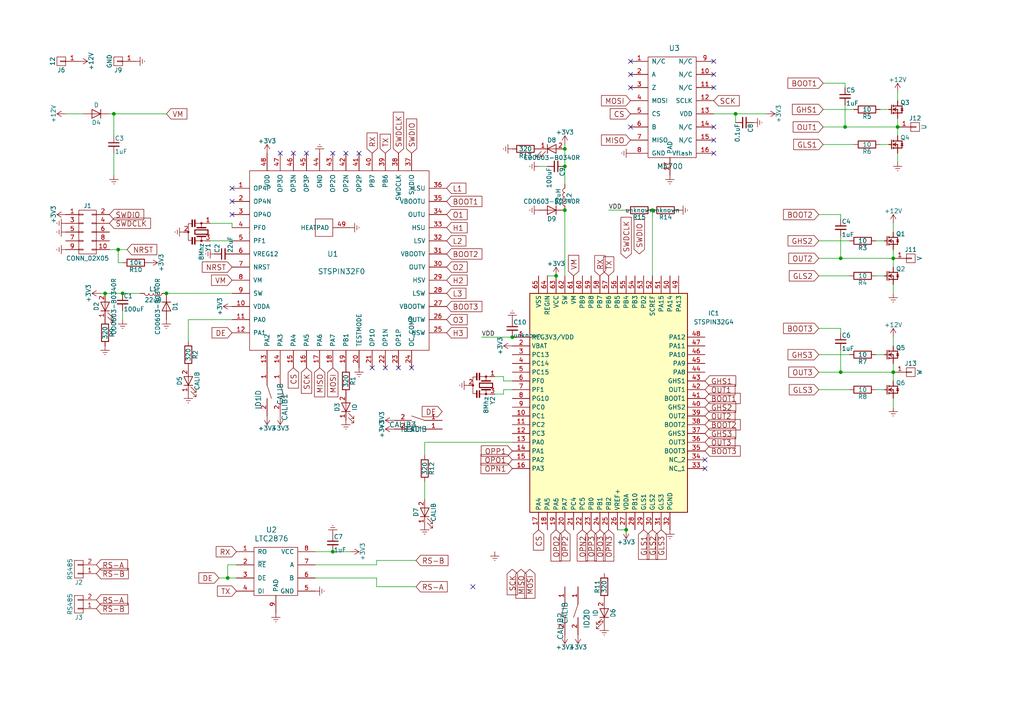
<source format=kicad_sch>
(kicad_sch (version 20230121) (generator eeschema)
  (paper "A4")
  (junction (at 66.04 167.64))
  (junction (at 148.59 97.79))
  (junction (at 245.11 36.83))
  (junction (at 259.08 107.95))
  (junction (at 243.84 74.93))
  (junction (at 243.84 107.95))
  (junction (at 163.83 43.18))
  (junction (at 163.83 60.96))
  (junction (at 260.35 36.83))
  (junction (at 35.56 85.09))
  (junction (at 189.23 60.96))
  (junction (at 33.02 33.02))
  (junction (at 34.29 72.39))
  (junction (at 259.08 74.93))
  (junction (at 30.48 85.09))
  (junction (at 96.52 160.02))
  (junction (at 161.29 80.01))
  (junction (at 163.83 48.26))
  (junction (at 48.26 85.09))
  (junction (at 181.61 153.67))
  (junction (at 213.36 33.02))
  (no_connect (at 67.31 62.23))
  (no_connect (at 182.88 17.78))
  (no_connect (at 67.31 58.42))
  (no_connect (at 115.57 106.68))
  (no_connect (at 207.01 44.45))
  (no_connect (at 111.76 106.68))
  (no_connect (at 182.88 21.59))
  (no_connect (at 67.31 54.61))
  (no_connect (at 204.47 133.35))
  (no_connect (at 81.28 44.45))
  (no_connect (at 207.01 17.78))
  (no_connect (at 207.01 36.83))
  (no_connect (at 100.33 44.45))
  (no_connect (at 137.16 170.18))
  (no_connect (at 207.01 25.4))
  (no_connect (at 119.38 106.68))
  (no_connect (at 104.14 44.45))
  (no_connect (at 85.09 44.45))
  (no_connect (at 207.01 21.59))
  (no_connect (at 88.9 44.45))
  (no_connect (at 182.88 36.83))
  (no_connect (at 107.95 106.68))
  (no_connect (at 182.88 25.4))
  (no_connect (at 207.01 40.64))
  (no_connect (at 204.47 135.89))
  (no_connect (at 96.52 44.45))
  (wire (pts (xy 29.21 85.09) (xy 30.48 85.09)))
  (wire (pts (xy 259.08 107.95) (xy 259.08 105.41)))
  (wire (pts (xy 243.84 74.93) (xy 259.08 74.93)))
  (wire (pts (xy 139.7 97.79) (xy 148.59 97.79)))
  (wire (pts (xy 163.83 43.18) (xy 163.83 48.26)))
  (wire (pts (xy 66.04 167.64) (xy 68.58 167.64)))
  (wire (pts (xy 245.11 36.83) (xy 260.35 36.83)))
  (wire (pts (xy 243.84 101.6) (xy 243.84 107.95)))
  (wire (pts (xy 189.23 60.96) (xy 189.23 80.01)))
  (wire (pts (xy 96.52 160.02) (xy 101.6 160.02)))
  (wire (pts (xy 179.07 153.67) (xy 181.61 153.67)))
  (wire (pts (xy 68.58 163.83) (xy 66.04 163.83)))
  (wire (pts (xy 238.76 36.83) (xy 245.11 36.83)))
  (wire (pts (xy 237.49 74.93) (xy 243.84 74.93)))
  (wire (pts (xy 146.05 110.49) (xy 146.05 109.22)))
  (wire (pts (xy 54.61 92.71) (xy 54.61 99.06)))
  (wire (pts (xy 31.75 72.39) (xy 34.29 72.39)))
  (wire (pts (xy 237.49 102.87) (xy 246.38 102.87)))
  (wire (pts (xy 34.29 72.39) (xy 36.83 72.39)))
  (wire (pts (xy 259.08 118.11) (xy 259.08 115.57)))
  (wire (pts (xy 237.49 107.95) (xy 243.84 107.95)))
  (wire (pts (xy 254 80.01) (xy 256.54 80.01)))
  (wire (pts (xy 66.04 163.83) (xy 66.04 167.64)))
  (wire (pts (xy 67.31 64.77) (xy 67.31 66.04)))
  (wire (pts (xy 146.05 109.22) (xy 143.51 109.22)))
  (wire (pts (xy 243.84 95.25) (xy 243.84 96.52)))
  (wire (pts (xy 33.02 39.37) (xy 33.02 33.02)))
  (wire (pts (xy 148.59 110.49) (xy 146.05 110.49)))
  (wire (pts (xy 31.75 33.02) (xy 33.02 33.02)))
  (wire (pts (xy 163.83 41.91) (xy 163.83 43.18)))
  (wire (pts (xy 146.05 113.03) (xy 148.59 113.03)))
  (wire (pts (xy 238.76 41.91) (xy 247.65 41.91)))
  (wire (pts (xy 237.49 80.01) (xy 246.38 80.01)))
  (wire (pts (xy 243.84 68.58) (xy 243.84 74.93)))
  (wire (pts (xy 148.59 128.27) (xy 123.19 128.27)))
  (wire (pts (xy 109.22 162.56) (xy 109.22 163.83)))
  (wire (pts (xy 34.29 76.2) (xy 34.29 72.39)))
  (wire (pts (xy 24.13 33.02) (xy 19.05 33.02)))
  (wire (pts (xy 243.84 107.95) (xy 259.08 107.95)))
  (wire (pts (xy 259.08 85.09) (xy 259.08 82.55)))
  (wire (pts (xy 35.56 92.71) (xy 35.56 90.17)))
  (wire (pts (xy 146.05 114.3) (xy 146.05 113.03)))
  (wire (pts (xy 255.27 41.91) (xy 257.81 41.91)))
  (wire (pts (xy 254 113.03) (xy 256.54 113.03)))
  (wire (pts (xy 245.11 30.48) (xy 245.11 36.83)))
  (wire (pts (xy 259.08 77.47) (xy 259.08 74.93)))
  (wire (pts (xy 33.02 44.45) (xy 33.02 50.8)))
  (wire (pts (xy 237.49 62.23) (xy 243.84 62.23)))
  (wire (pts (xy 259.08 74.93) (xy 259.08 72.39)))
  (wire (pts (xy 33.02 33.02) (xy 48.26 33.02)))
  (wire (pts (xy 238.76 31.75) (xy 247.65 31.75)))
  (wire (pts (xy 176.53 60.96) (xy 181.61 60.96)))
  (wire (pts (xy 35.56 85.09) (xy 40.64 85.09)))
  (wire (pts (xy 260.35 39.37) (xy 260.35 36.83)))
  (wire (pts (xy 48.26 85.09) (xy 67.31 85.09)))
  (wire (pts (xy 91.44 167.64) (xy 109.22 167.64)))
  (wire (pts (xy 158.75 80.01) (xy 161.29 80.01)))
  (wire (pts (xy 109.22 167.64) (xy 109.22 170.18)))
  (wire (pts (xy 255.27 31.75) (xy 257.81 31.75)))
  (wire (pts (xy 109.22 162.56) (xy 120.65 162.56)))
  (wire (pts (xy 259.08 110.49) (xy 259.08 107.95)))
  (wire (pts (xy 260.35 36.83) (xy 260.35 34.29)))
  (wire (pts (xy 35.56 76.2) (xy 34.29 76.2)))
  (wire (pts (xy 60.96 64.77) (xy 67.31 64.77)))
  (wire (pts (xy 254 69.85) (xy 256.54 69.85)))
  (wire (pts (xy 123.19 144.78) (xy 123.19 139.7)))
  (wire (pts (xy 237.49 113.03) (xy 246.38 113.03)))
  (wire (pts (xy 254 102.87) (xy 256.54 102.87)))
  (wire (pts (xy 259.08 97.79) (xy 259.08 100.33)))
  (wire (pts (xy 60.96 69.85) (xy 67.31 69.85)))
  (wire (pts (xy 91.44 160.02) (xy 96.52 160.02)))
  (wire (pts (xy 30.48 85.09) (xy 35.56 85.09)))
  (wire (pts (xy 156.21 48.26) (xy 158.75 48.26)))
  (wire (pts (xy 163.83 48.26) (xy 163.83 53.34)))
  (wire (pts (xy 207.01 33.02) (xy 213.36 33.02)))
  (wire (pts (xy 213.36 35.56) (xy 213.36 33.02)))
  (wire (pts (xy 109.22 163.83) (xy 91.44 163.83)))
  (wire (pts (xy 259.08 64.77) (xy 259.08 67.31)))
  (wire (pts (xy 109.22 170.18) (xy 120.65 170.18)))
  (wire (pts (xy 238.76 24.13) (xy 245.11 24.13)))
  (wire (pts (xy 237.49 95.25) (xy 243.84 95.25)))
  (wire (pts (xy 237.49 69.85) (xy 246.38 69.85)))
  (wire (pts (xy 245.11 24.13) (xy 245.11 25.4)))
  (wire (pts (xy 213.36 33.02) (xy 222.25 33.02)))
  (wire (pts (xy 123.19 128.27) (xy 123.19 132.08)))
  (wire (pts (xy 63.5 167.64) (xy 66.04 167.64)))
  (wire (pts (xy 243.84 62.23) (xy 243.84 63.5)))
  (wire (pts (xy 260.35 26.67) (xy 260.35 29.21)))
  (wire (pts (xy 143.51 114.3) (xy 146.05 114.3)))
  (wire (pts (xy 260.35 46.99) (xy 260.35 44.45)))
  (wire (pts (xy 67.31 92.71) (xy 54.61 92.71)))
  (wire (pts (xy 163.83 60.96) (xy 163.83 80.01)))
  (label "VDD" (at 139.7 97.79 0))
  (label "VDD" (at 176.53 60.96 0))
  (global_label "OUT3" (shape input) (at 204.47 128.27 0) (effects (font (size 1.524 1.524))) (property "Intersheetrefs" "${INTERSHEET_REFS}" (effects hide)))
  (global_label "CS" (shape input) (at 182.88 33.02 180) (effects (font (size 1.524 1.524))) (property "Intersheetrefs" "${INTERSHEET_REFS}" (effects hide)))
  (global_label "SWDIO" (shape input) (at 119.38 44.45 90) (effects (font (size 1.524 1.524))) (property "Intersheetrefs" "${INTERSHEET_REFS}" (effects hide)))
  (global_label "TX" (shape input) (at 68.58 171.45 180) (effects (font (size 1.524 1.524))) (property "Intersheetrefs" "${INTERSHEET_REFS}" (effects hide)))
  (global_label "RX" (shape input) (at 107.95 44.45 90) (effects (font (size 1.524 1.524))) (property "Intersheetrefs" "${INTERSHEET_REFS}" (effects hide)))
  (global_label "OPO3" (shape input) (at 173.99 153.67 270) (effects (font (size 1.524 1.524))) (property "Intersheetrefs" "${INTERSHEET_REFS}" (effects hide)))
  (global_label "MISO" (shape input) (at 92.71 106.68 270) (effects (font (size 1.524 1.524))) (property "Intersheetrefs" "${INTERSHEET_REFS}" (effects hide)))
  (global_label "OPP1" (shape input) (at 148.59 130.81 180) (effects (font (size 1.524 1.524))) (property "Intersheetrefs" "${INTERSHEET_REFS}" (effects hide)))
  (global_label "BOOT3" (shape input) (at 204.47 130.81 0) (effects (font (size 1.524 1.524))) (property "Intersheetrefs" "${INTERSHEET_REFS}" (effects hide)))
  (global_label "RS-B" (shape input) (at 27.94 176.53 0) (effects (font (size 1.524 1.524))) (property "Intersheetrefs" "${INTERSHEET_REFS}" (effects hide)))
  (global_label "H2" (shape input) (at 129.54 81.28 0) (effects (font (size 1.524 1.524))) (property "Intersheetrefs" "${INTERSHEET_REFS}" (effects hide)))
  (global_label "RX" (shape input) (at 68.58 160.02 180) (effects (font (size 1.524 1.524))) (property "Intersheetrefs" "${INTERSHEET_REFS}" (effects hide)))
  (global_label "BOOT2" (shape input) (at 129.54 73.66 0) (effects (font (size 1.524 1.524))) (property "Intersheetrefs" "${INTERSHEET_REFS}" (effects hide)))
  (global_label "GLS1" (shape input) (at 186.69 153.67 270) (effects (font (size 1.524 1.524))) (property "Intersheetrefs" "${INTERSHEET_REFS}" (effects hide)))
  (global_label "OUT3" (shape input) (at 237.49 107.95 180) (effects (font (size 1.524 1.524))) (property "Intersheetrefs" "${INTERSHEET_REFS}" (effects hide)))
  (global_label "L3" (shape input) (at 129.54 85.09 0) (effects (font (size 1.524 1.524))) (property "Intersheetrefs" "${INTERSHEET_REFS}" (effects hide)))
  (global_label "O3" (shape input) (at 129.54 92.71 0) (effects (font (size 1.524 1.524))) (property "Intersheetrefs" "${INTERSHEET_REFS}" (effects hide)))
  (global_label "OUT1" (shape input) (at 204.47 113.03 0) (effects (font (size 1.524 1.524))) (property "Intersheetrefs" "${INTERSHEET_REFS}" (effects hide)))
  (global_label "NRST" (shape input) (at 67.31 77.47 180) (effects (font (size 1.524 1.524))) (property "Intersheetrefs" "${INTERSHEET_REFS}" (effects hide)))
  (global_label "MOSI" (shape input) (at 153.67 165.1 270) (effects (font (size 1.524 1.524))) (property "Intersheetrefs" "${INTERSHEET_REFS}" (effects hide)))
  (global_label "MOSI" (shape input) (at 96.52 106.68 270) (effects (font (size 1.524 1.524))) (property "Intersheetrefs" "${INTERSHEET_REFS}" (effects hide)))
  (global_label "DE" (shape input) (at 128.27 119.38 180) (effects (font (size 1.524 1.524))) (property "Intersheetrefs" "${INTERSHEET_REFS}" (effects hide)))
  (global_label "OPN3" (shape input) (at 176.53 153.67 270) (effects (font (size 1.524 1.524))) (property "Intersheetrefs" "${INTERSHEET_REFS}" (effects hide)))
  (global_label "OPN1" (shape input) (at 148.59 135.89 180) (effects (font (size 1.524 1.524))) (property "Intersheetrefs" "${INTERSHEET_REFS}" (effects hide)))
  (global_label "VM" (shape input) (at 67.31 81.28 180) (effects (font (size 1.524 1.524))) (property "Intersheetrefs" "${INTERSHEET_REFS}" (effects hide)))
  (global_label "L2" (shape input) (at 129.54 69.85 0) (effects (font (size 1.524 1.524))) (property "Intersheetrefs" "${INTERSHEET_REFS}" (effects hide)))
  (global_label "H3" (shape input) (at 129.54 96.52 0) (effects (font (size 1.524 1.524))) (property "Intersheetrefs" "${INTERSHEET_REFS}" (effects hide)))
  (global_label "RX" (shape input) (at 173.99 80.01 90) (effects (font (size 1.524 1.524))) (property "Intersheetrefs" "${INTERSHEET_REFS}" (effects hide)))
  (global_label "O1" (shape input) (at 129.54 62.23 0) (effects (font (size 1.524 1.524))) (property "Intersheetrefs" "${INTERSHEET_REFS}" (effects hide)))
  (global_label "OPN2" (shape input) (at 168.91 153.67 270) (effects (font (size 1.524 1.524))) (property "Intersheetrefs" "${INTERSHEET_REFS}" (effects hide)))
  (global_label "GLS2" (shape input) (at 237.49 80.01 180) (effects (font (size 1.524 1.524))) (property "Intersheetrefs" "${INTERSHEET_REFS}" (effects hide)))
  (global_label "GHS3" (shape input) (at 204.47 125.73 0) (effects (font (size 1.524 1.524))) (property "Intersheetrefs" "${INTERSHEET_REFS}" (effects hide)))
  (global_label "GLS1" (shape input) (at 238.76 41.91 180) (effects (font (size 1.524 1.524))) (property "Intersheetrefs" "${INTERSHEET_REFS}" (effects hide)))
  (global_label "SCK" (shape input) (at 88.9 106.68 270) (effects (font (size 1.524 1.524))) (property "Intersheetrefs" "${INTERSHEET_REFS}" (effects hide)))
  (global_label "GHS3" (shape input) (at 237.49 102.87 180) (effects (font (size 1.524 1.524))) (property "Intersheetrefs" "${INTERSHEET_REFS}" (effects hide)))
  (global_label "GHS1" (shape input) (at 238.76 31.75 180) (effects (font (size 1.524 1.524))) (property "Intersheetrefs" "${INTERSHEET_REFS}" (effects hide)))
  (global_label "BOOT2" (shape input) (at 204.47 123.19 0) (effects (font (size 1.524 1.524))) (property "Intersheetrefs" "${INTERSHEET_REFS}" (effects hide)))
  (global_label "CS" (shape input) (at 156.21 153.67 270) (effects (font (size 1.524 1.524))) (property "Intersheetrefs" "${INTERSHEET_REFS}" (effects hide)))
  (global_label "SWDCLK" (shape input) (at 181.61 74.93 90) (effects (font (size 1.524 1.524))) (property "Intersheetrefs" "${INTERSHEET_REFS}" (effects hide)))
  (global_label "SWDCLK" (shape input) (at 115.57 44.45 90) (effects (font (size 1.524 1.524))) (property "Intersheetrefs" "${INTERSHEET_REFS}" (effects hide)))
  (global_label "SWDCLK" (shape input) (at 31.75 64.77 0) (effects (font (size 1.524 1.524))) (property "Intersheetrefs" "${INTERSHEET_REFS}" (effects hide)))
  (global_label "RS-B" (shape input) (at 27.94 166.37 0) (effects (font (size 1.524 1.524))) (property "Intersheetrefs" "${INTERSHEET_REFS}" (effects hide)))
  (global_label "CS" (shape input) (at 85.09 106.68 270) (effects (font (size 1.524 1.524))) (property "Intersheetrefs" "${INTERSHEET_REFS}" (effects hide)))
  (global_label "OUT1" (shape input) (at 238.76 36.83 180) (effects (font (size 1.524 1.524))) (property "Intersheetrefs" "${INTERSHEET_REFS}" (effects hide)))
  (global_label "NRST" (shape input) (at 36.83 72.39 0) (effects (font (size 1.524 1.524))) (property "Intersheetrefs" "${INTERSHEET_REFS}" (effects hide)))
  (global_label "BOOT3" (shape input) (at 129.54 88.9 0) (effects (font (size 1.524 1.524))) (property "Intersheetrefs" "${INTERSHEET_REFS}" (effects hide)))
  (global_label "BOOT1" (shape input) (at 238.76 24.13 180) (effects (font (size 1.524 1.524))) (property "Intersheetrefs" "${INTERSHEET_REFS}" (effects hide)))
  (global_label "H1" (shape input) (at 129.54 66.04 0) (effects (font (size 1.524 1.524))) (property "Intersheetrefs" "${INTERSHEET_REFS}" (effects hide)))
  (global_label "OPO2" (shape input) (at 161.29 153.67 270) (effects (font (size 1.524 1.524))) (property "Intersheetrefs" "${INTERSHEET_REFS}" (effects hide)))
  (global_label "OPO1" (shape input) (at 148.59 133.35 180) (effects (font (size 1.524 1.524))) (property "Intersheetrefs" "${INTERSHEET_REFS}" (effects hide)))
  (global_label "SCK" (shape input) (at 148.59 165.1 270) (effects (font (size 1.524 1.524))) (property "Intersheetrefs" "${INTERSHEET_REFS}" (effects hide)))
  (global_label "VM" (shape input) (at 166.37 80.01 90) (effects (font (size 1.524 1.524))) (property "Intersheetrefs" "${INTERSHEET_REFS}" (effects hide)))
  (global_label "O2" (shape input) (at 129.54 77.47 0) (effects (font (size 1.524 1.524))) (property "Intersheetrefs" "${INTERSHEET_REFS}" (effects hide)))
  (global_label "BOOT1" (shape input) (at 129.54 58.42 0) (effects (font (size 1.524 1.524))) (property "Intersheetrefs" "${INTERSHEET_REFS}" (effects hide)))
  (global_label "MOSI" (shape input) (at 182.88 29.21 180) (effects (font (size 1.524 1.524))) (property "Intersheetrefs" "${INTERSHEET_REFS}" (effects hide)))
  (global_label "GHS2" (shape input) (at 237.49 69.85 180) (effects (font (size 1.524 1.524))) (property "Intersheetrefs" "${INTERSHEET_REFS}" (effects hide)))
  (global_label "RS-A" (shape input) (at 27.94 163.83 0) (effects (font (size 1.524 1.524))) (property "Intersheetrefs" "${INTERSHEET_REFS}" (effects hide)))
  (global_label "RS-A" (shape input) (at 120.65 170.18 0) (effects (font (size 1.524 1.524))) (property "Intersheetrefs" "${INTERSHEET_REFS}" (effects hide)))
  (global_label "BOOT1" (shape input) (at 204.47 115.57 0) (effects (font (size 1.524 1.524))) (property "Intersheetrefs" "${INTERSHEET_REFS}" (effects hide)))
  (global_label "OPP3" (shape input) (at 171.45 153.67 270) (effects (font (size 1.524 1.524))) (property "Intersheetrefs" "${INTERSHEET_REFS}" (effects hide)))
  (global_label "SCK" (shape input) (at 207.01 29.21 0) (effects (font (size 1.524 1.524))) (property "Intersheetrefs" "${INTERSHEET_REFS}" (effects hide)))
  (global_label "MISO" (shape input) (at 182.88 40.64 180) (effects (font (size 1.524 1.524))) (property "Intersheetrefs" "${INTERSHEET_REFS}" (effects hide)))
  (global_label "GHS1" (shape input) (at 204.47 110.49 0) (effects (font (size 1.524 1.524))) (property "Intersheetrefs" "${INTERSHEET_REFS}" (effects hide)))
  (global_label "OUT2" (shape input) (at 204.47 120.65 0) (effects (font (size 1.524 1.524))) (property "Intersheetrefs" "${INTERSHEET_REFS}" (effects hide)))
  (global_label "DE" (shape input) (at 63.5 167.64 180) (effects (font (size 1.524 1.524))) (property "Intersheetrefs" "${INTERSHEET_REFS}" (effects hide)))
  (global_label "L1" (shape input) (at 129.54 54.61 0) (effects (font (size 1.524 1.524))) (property "Intersheetrefs" "${INTERSHEET_REFS}" (effects hide)))
  (global_label "GLS3" (shape input) (at 237.49 113.03 180) (effects (font (size 1.524 1.524))) (property "Intersheetrefs" "${INTERSHEET_REFS}" (effects hide)))
  (global_label "GLS2" (shape input) (at 189.23 153.67 270) (effects (font (size 1.524 1.524))) (property "Intersheetrefs" "${INTERSHEET_REFS}" (effects hide)))
  (global_label "DE" (shape input) (at 67.31 96.52 180) (effects (font (size 1.524 1.524))) (property "Intersheetrefs" "${INTERSHEET_REFS}" (effects hide)))
  (global_label "OPP2" (shape input) (at 163.83 153.67 270) (effects (font (size 1.524 1.524))) (property "Intersheetrefs" "${INTERSHEET_REFS}" (effects hide)))
  (global_label "RS-B" (shape input) (at 120.65 162.56 0) (effects (font (size 1.524 1.524))) (property "Intersheetrefs" "${INTERSHEET_REFS}" (effects hide)))
  (global_label "GHS2" (shape input) (at 204.47 118.11 0) (effects (font (size 1.524 1.524))) (property "Intersheetrefs" "${INTERSHEET_REFS}" (effects hide)))
  (global_label "VM" (shape input) (at 48.26 33.02 0) (effects (font (size 1.524 1.524))) (property "Intersheetrefs" "${INTERSHEET_REFS}" (effects hide)))
  (global_label "BOOT2" (shape input) (at 237.49 62.23 180) (effects (font (size 1.524 1.524))) (property "Intersheetrefs" "${INTERSHEET_REFS}" (effects hide)))
  (global_label "SWDIO" (shape input) (at 185.42 73.66 90) (effects (font (size 1.524 1.524))) (property "Intersheetrefs" "${INTERSHEET_REFS}" (effects hide)))
  (global_label "RS-A" (shape input) (at 27.94 173.99 0) (effects (font (size 1.524 1.524))) (property "Intersheetrefs" "${INTERSHEET_REFS}" (effects hide)))
  (global_label "TX" (shape input) (at 176.53 80.01 90) (effects (font (size 1.524 1.524))) (property "Intersheetrefs" "${INTERSHEET_REFS}" (effects hide)))
  (global_label "GLS3" (shape input) (at 191.77 153.67 270) (effects (font (size 1.524 1.524))) (property "Intersheetrefs" "${INTERSHEET_REFS}" (effects hide)))
  (global_label "MISO" (shape input) (at 151.13 165.1 270) (effects (font (size 1.524 1.524))) (property "Intersheetrefs" "${INTERSHEET_REFS}" (effects hide)))
  (global_label "TX" (shape input) (at 111.76 44.45 90) (effects (font (size 1.524 1.524))) (property "Intersheetrefs" "${INTERSHEET_REFS}" (effects hide)))
  (global_label "OUT2" (shape input) (at 237.49 74.93 180) (effects (font (size 1.524 1.524))) (property "Intersheetrefs" "${INTERSHEET_REFS}" (effects hide)))
  (global_label "SWDIO" (shape input) (at 31.75 62.23 0) (effects (font (size 1.524 1.524))) (property "Intersheetrefs" "${INTERSHEET_REFS}" (effects hide)))
  (global_label "BOOT3" (shape input) (at 237.49 95.25 180) (effects (font (size 1.524 1.524))) (property "Intersheetrefs" "${INTERSHEET_REFS}" (effects hide)))
  (symbol (lib_id "motor-rescue:L") (at 44.45 85.09 270) (unit 1)
    (property "Reference" "L1" (at 44.45 83.82 90))
    (property "Value" "22uH" (at 44.45 86.995 90))
    (property "Footprint" "Inductors_SMD:L_1210" (effects hide))
  )
  (symbol (lib_id "motor-rescue:D") (at 48.26 88.9 270) (unit 1)
    (property "Reference" "D1" (at 50.8 88.9 0))
    (property "Value" "CD0603-B0340R" (at 45.72 88.9 0))
    (property "Footprint" "Diodes_SMD:D_SOD-323F" (effects hide))
  )
  (symbol (lib_id "motor-rescue:+3.3V") (at 29.21 85.09 90) (unit 1)
    (property "Reference" "#PWR7" (effects hide))
    (property "Value" "+3.3V" (at 25.654 85.09 0))
  )
  (symbol (lib_id "motor-rescue:Earth") (at 48.26 92.71 0) (unit 1)
    (property "Reference" "#PWR13" (effects hide))
    (property "Value" "Earth" (effects hide))
  )
  (symbol (lib_id "motor-rescue:Earth") (at 35.56 92.71 0) (unit 1)
    (property "Reference" "#PWR10" (effects hide))
    (property "Value" "Earth" (effects hide))
  )
  (symbol (lib_id "motor-rescue:PSMN014-40YS") (at 259.08 72.39 0) (unit 1)
    (property "Reference" "Q1" (at 259.842 68.58 0) (effects (justify left bottom)))
    (property "Value" "PSMN3R3-40YS" (effects hide))
    (property "Footprint" "Dizzy:PSMN3R3-40YS" (effects hide))
    (property "Datasheet" "Good" (effects hide))
    (property "Package" "None" (effects hide))
  )
  (symbol (lib_id "motor-rescue:PSMN014-40YS") (at 259.08 82.55 0) (unit 1)
    (property "Reference" "Q2" (at 259.842 78.74 0) (effects (justify left bottom)))
    (property "Value" "PSMN3R3-40YS" (effects hide))
    (property "Footprint" "Dizzy:PSMN3R3-40YS-vias" (effects hide))
    (property "Datasheet" "Good" (effects hide))
    (property "Package" "None" (effects hide))
  )
  (symbol (lib_id "motor-rescue:R") (at 250.19 69.85 270) (unit 1)
    (property "Reference" "R3" (at 250.19 71.882 90))
    (property "Value" "10" (at 250.19 69.85 90))
    (property "Footprint" "Resistors_SMD:R_0603" (effects hide))
  )
  (symbol (lib_id "motor-rescue:R") (at 250.19 80.01 270) (unit 1)
    (property "Reference" "R4" (at 250.19 82.042 90))
    (property "Value" "10" (at 250.19 80.01 90))
    (property "Footprint" "Resistors_SMD:R_0603" (effects hide))
  )
  (symbol (lib_id "motor-rescue:Earth") (at 259.08 85.09 0) (unit 1)
    (property "Reference" "#PWR34" (effects hide))
    (property "Value" "Earth" (effects hide))
  )
  (symbol (lib_id "motor-rescue:+12V") (at 259.08 64.77 0) (unit 1)
    (property "Reference" "#PWR33" (effects hide))
    (property "Value" "+12V" (at 259.08 61.214 0))
  )
  (symbol (lib_id "motor-rescue:C_Small") (at 243.84 66.04 0) (unit 1)
    (property "Reference" "C4" (at 244.094 64.262 0) (effects (justify left)))
    (property "Value" "1uF" (at 244.094 68.072 0) (effects (justify left)))
    (property "Footprint" "Capacitors_SMD:C_0603" (effects hide))
  )
  (symbol (lib_id "motor-rescue:+12V") (at 19.05 33.02 90) (unit 1)
    (property "Reference" "#PWR1" (effects hide))
    (property "Value" "+12V" (at 15.494 33.02 0))
  )
  (symbol (lib_id "motor-rescue:Earth") (at 92.71 44.45 180) (unit 1)
    (property "Reference" "#PWR23" (effects hide))
    (property "Value" "Earth" (effects hide))
  )
  (symbol (lib_id "motor-rescue:Earth") (at 104.14 106.68 0) (unit 1)
    (property "Reference" "#PWR28" (effects hide))
    (property "Value" "Earth" (effects hide))
  )
  (symbol (lib_id "motor-rescue:+3.3V") (at 67.31 88.9 90) (unit 1)
    (property "Reference" "#PWR17" (effects hide))
    (property "Value" "+3.3V" (at 63.754 88.9 0))
  )
  (symbol (lib_id "motor-rescue:+3.3V") (at 101.6 160.02 270) (unit 1)
    (property "Reference" "#PWR27" (effects hide))
    (property "Value" "+3.3V" (at 105.156 160.02 0))
  )
  (symbol (lib_id "motor-rescue:Earth") (at 91.44 171.45 90) (unit 1)
    (property "Reference" "#PWR22" (effects hide))
    (property "Value" "Earth" (effects hide))
  )
  (symbol (lib_id "motor-rescue:CONN_01X02") (at 22.86 175.26 180) (unit 1)
    (property "Reference" "J3" (at 22.86 179.07 0))
    (property "Value" "RS485" (at 20.32 175.26 90))
    (property "Footprint" "Pin_Headers:Pin_Header_Straight_1x02_Pitch2.54mm" (effects hide))
  )
  (symbol (lib_id "motor-rescue:Earth") (at 62.23 73.66 270) (unit 1)
    (property "Reference" "#PWR16" (effects hide))
    (property "Value" "Earth" (effects hide))
  )
  (symbol (lib_id "motor-rescue:+3.3V") (at 77.47 44.45 0) (unit 1)
    (property "Reference" "#PWR18" (effects hide))
    (property "Value" "+3.3V" (at 77.47 40.894 0))
  )
  (symbol (lib_id "motor-rescue:PSMN014-40YS") (at 260.35 34.29 0) (unit 1)
    (property "Reference" "Q3" (at 261.112 30.48 0) (effects (justify left bottom)))
    (property "Value" "PSMN3R3-40YS" (effects hide))
    (property "Footprint" "Dizzy:PSMN3R3-40YS" (effects hide))
    (property "Datasheet" "Good" (effects hide))
    (property "Package" "None" (effects hide))
  )
  (symbol (lib_id "motor-rescue:PSMN014-40YS") (at 260.35 44.45 0) (unit 1)
    (property "Reference" "Q4" (at 261.112 40.64 0) (effects (justify left bottom)))
    (property "Value" "PSMN3R3-40YS" (effects hide))
    (property "Footprint" "Dizzy:PSMN3R3-40YS-vias" (effects hide))
    (property "Datasheet" "Good" (effects hide))
    (property "Package" "None" (effects hide))
  )
  (symbol (lib_id "motor-rescue:R") (at 251.46 31.75 270) (unit 1)
    (property "Reference" "R5" (at 251.46 33.782 90))
    (property "Value" "10" (at 251.46 31.75 90))
    (property "Footprint" "Resistors_SMD:R_0603" (effects hide))
  )
  (symbol (lib_id "motor-rescue:R") (at 251.46 41.91 270) (unit 1)
    (property "Reference" "R6" (at 251.46 43.942 90))
    (property "Value" "10" (at 251.46 41.91 90))
    (property "Footprint" "Resistors_SMD:R_0603" (effects hide))
  )
  (symbol (lib_id "motor-rescue:Earth") (at 260.35 46.99 0) (unit 1)
    (property "Reference" "#PWR36" (effects hide))
    (property "Value" "Earth" (effects hide))
  )
  (symbol (lib_id "motor-rescue:+12V") (at 260.35 26.67 0) (unit 1)
    (property "Reference" "#PWR35" (effects hide))
    (property "Value" "+12V" (at 260.35 23.114 0))
  )
  (symbol (lib_id "motor-rescue:C_Small") (at 245.11 27.94 0) (unit 1)
    (property "Reference" "C5" (at 245.364 26.162 0) (effects (justify left)))
    (property "Value" "1uF" (at 245.364 29.972 0) (effects (justify left)))
    (property "Footprint" "Capacitors_SMD:C_0603" (effects hide))
  )
  (symbol (lib_id "motor-rescue:PSMN014-40YS") (at 259.08 105.41 0) (unit 1)
    (property "Reference" "Q5" (at 259.842 101.6 0) (effects (justify left bottom)))
    (property "Value" "PSMN3R3-40YS" (effects hide))
    (property "Footprint" "Dizzy:PSMN3R3-40YS" (effects hide))
    (property "Datasheet" "Good" (effects hide))
    (property "Package" "None" (effects hide))
  )
  (symbol (lib_id "motor-rescue:PSMN014-40YS") (at 259.08 115.57 0) (unit 1)
    (property "Reference" "Q6" (at 259.842 111.76 0) (effects (justify left bottom)))
    (property "Value" "PSMN3R3-40YS" (effects hide))
    (property "Footprint" "Dizzy:PSMN3R3-40YS-vias" (effects hide))
    (property "Datasheet" "Good" (effects hide))
    (property "Package" "None" (effects hide))
  )
  (symbol (lib_id "motor-rescue:R") (at 250.19 102.87 270) (unit 1)
    (property "Reference" "R7" (at 250.19 104.902 90))
    (property "Value" "10" (at 250.19 102.87 90))
    (property "Footprint" "Resistors_SMD:R_0603" (effects hide))
  )
  (symbol (lib_id "motor-rescue:R") (at 250.19 113.03 270) (unit 1)
    (property "Reference" "R8" (at 250.19 115.062 90))
    (property "Value" "10" (at 250.19 113.03 90))
    (property "Footprint" "Resistors_SMD:R_0603" (effects hide))
  )
  (symbol (lib_id "motor-rescue:Earth") (at 259.08 118.11 0) (unit 1)
    (property "Reference" "#PWR38" (effects hide))
    (property "Value" "Earth" (effects hide))
  )
  (symbol (lib_id "motor-rescue:+12V") (at 259.08 97.79 0) (unit 1)
    (property "Reference" "#PWR37" (effects hide))
    (property "Value" "+12V" (at 259.08 94.234 0))
  )
  (symbol (lib_id "motor-rescue:C_Small") (at 243.84 99.06 0) (unit 1)
    (property "Reference" "C6" (at 244.094 97.282 0) (effects (justify left)))
    (property "Value" "1uF" (at 244.094 101.092 0) (effects (justify left)))
    (property "Footprint" "Capacitors_SMD:C_0603" (effects hide))
  )
  (symbol (lib_id "motor-rescue:C_Small") (at 35.56 87.63 0) (unit 1)
    (property "Reference" "C1" (at 35.814 85.852 0) (effects (justify left)))
    (property "Value" "100uF" (at 35.814 89.662 0) (effects (justify left)))
    (property "Footprint" "Capacitors_SMD:C_0805" (effects hide))
  )
  (symbol (lib_id "motor-rescue:Earth") (at 101.6 66.04 90) (unit 1)
    (property "Reference" "#PWR26" (effects hide))
    (property "Value" "Earth" (effects hide))
  )
  (symbol (lib_id "motor-rescue:C_Small") (at 64.77 73.66 90) (unit 1)
    (property "Reference" "C2" (at 62.992 73.406 0) (effects (justify left)))
    (property "Value" "22uF" (at 66.802 73.406 0) (effects (justify left)))
    (property "Footprint" "Capacitors_SMD:C_0805" (effects hide))
  )
  (symbol (lib_id "motor-rescue:B3U-1000P") (at 67.31 114.3 270) (unit 1)
    (property "Reference" "CALIB1" (at 82.55 118.11 0) (effects (font (size 1.524 1.524))))
    (property "Value" "CALIB" (at 81.28 114.3 0) (effects (font (size 1.524 1.524))))
    (property "Footprint" "Resistors_SMD:R_1206" (effects hide))
  )
  (symbol (lib_id "motor-rescue:B3U-1000P") (at 63.5 114.3 270) (unit 1)
    (property "Reference" "ID1" (at 74.93 116.84 0) (effects (font (size 1.524 1.524))))
    (property "Value" "ID" (at 74.93 114.3 0) (effects (font (size 1.524 1.524))))
    (property "Footprint" "Resistors_SMD:R_1206" (effects hide))
  )
  (symbol (lib_id "motor-rescue:+3.3V") (at 81.28 120.65 180) (unit 1)
    (property "Reference" "#PWR21" (effects hide))
    (property "Value" "+3.3V" (at 81.28 124.206 0))
  )
  (symbol (lib_id "motor-rescue:+3.3V") (at 77.47 120.65 180) (unit 1)
    (property "Reference" "#PWR19" (effects hide))
    (property "Value" "+3.3V" (at 77.47 124.206 0))
  )
  (symbol (lib_id "motor-rescue:+3.3V") (at 19.05 62.23 90) (unit 1)
    (property "Reference" "#PWR2" (effects hide))
    (property "Value" "+3.3V" (at 15.494 62.23 0))
  )
  (symbol (lib_id "motor-rescue:+3.3V") (at 222.25 33.02 270) (unit 1)
    (property "Reference" "#PWR32" (effects hide))
    (property "Value" "+3.3V" (at 225.806 33.02 0))
  )
  (symbol (lib_id "motor-rescue:LED") (at 100.33 118.11 90) (unit 1)
    (property "Reference" "D3" (at 97.79 118.11 0))
    (property "Value" "ID" (at 102.87 118.11 0))
    (property "Footprint" "LEDs:LED_0603" (effects hide))
  )
  (symbol (lib_id "motor-rescue:Earth") (at 100.33 121.92 0) (unit 1)
    (property "Reference" "#PWR25" (effects hide))
    (property "Value" "Earth" (effects hide))
  )
  (symbol (lib_id "motor-rescue:Resonator_Small") (at 58.42 67.31 270) (unit 1)
    (property "Reference" "Y1" (at 60.325 70.485 0) (effects (justify left)))
    (property "Value" "8Mhz" (at 58.42 70.485 0) (effects (justify left)))
    (property "Footprint" "Dizzy:Oscillator" (effects hide))
  )
  (symbol (lib_id "motor-rescue:Earth") (at 53.34 67.31 270) (unit 1)
    (property "Reference" "#PWR14" (effects hide))
    (property "Value" "Earth" (effects hide))
  )
  (symbol (lib_id "motor-rescue:CONN_01X01") (at 264.16 74.93 0) (unit 1)
    (property "Reference" "J11" (at 264.16 72.39 0))
    (property "Value" "V" (at 266.7 74.93 90))
    (property "Footprint" "Pin_Headers:Pin_Header_Straight_1x01_Pitch2.54mm" (effects hide))
  )
  (symbol (lib_id "motor-rescue:CONN_01X01") (at 265.43 36.83 0) (unit 1)
    (property "Reference" "J12" (at 265.43 34.29 0))
    (property "Value" "U" (at 267.97 36.83 90))
    (property "Footprint" "Pin_Headers:Pin_Header_Straight_1x01_Pitch2.54mm" (effects hide))
  )
  (symbol (lib_id "motor-rescue:CONN_01X01") (at 264.16 107.95 0) (unit 1)
    (property "Reference" "J13" (at 264.16 105.41 0))
    (property "Value" "W" (at 266.7 107.95 90))
    (property "Footprint" "Pin_Headers:Pin_Header_Straight_1x01_Pitch2.54mm" (effects hide))
  )
  (symbol (lib_id "motor-rescue:CONN_01X01") (at 17.78 17.78 180) (unit 1)
    (property "Reference" "J6" (at 17.78 20.32 0))
    (property "Value" "12" (at 15.24 17.78 90))
    (property "Footprint" "Pin_Headers:Pin_Header_Straight_1x01_Pitch2.54mm" (effects hide))
  )
  (symbol (lib_id "motor-rescue:+12V") (at 22.86 17.78 270) (unit 1)
    (property "Reference" "#PWR6" (effects hide))
    (property "Value" "+12V" (at 26.416 17.78 0))
  )
  (symbol (lib_id "motor-rescue:CONN_01X01") (at 34.29 17.78 180) (unit 1)
    (property "Reference" "J9" (at 34.29 20.32 0))
    (property "Value" "GND" (at 31.75 17.78 90))
    (property "Footprint" "Pin_Headers:Pin_Header_Straight_1x01_Pitch2.54mm" (effects hide))
  )
  (symbol (lib_id "motor-rescue:Earth") (at 39.37 17.78 90) (unit 1)
    (property "Reference" "#PWR11" (effects hide))
    (property "Value" "Earth" (effects hide))
  )
  (symbol (lib_id "motor-rescue:C_Small") (at 96.52 157.48 0) (unit 1)
    (property "Reference" "C7" (at 96.774 155.702 0) (effects (justify left)))
    (property "Value" "1uF" (at 96.774 159.512 0) (effects (justify left)))
    (property "Footprint" "Capacitors_SMD:C_0603" (effects hide))
  )
  (symbol (lib_id "motor-rescue:Earth") (at 96.52 154.94 180) (unit 1)
    (property "Reference" "#PWR24" (effects hide))
    (property "Value" "Earth" (effects hide))
  )
  (symbol (lib_id "motor-rescue:LED") (at 30.48 88.9 90) (unit 1)
    (property "Reference" "D2" (at 27.94 88.9 0))
    (property "Value" "CD0603-B0340R" (at 33.02 88.9 0))
    (property "Footprint" "LEDs:LED_0603" (effects hide))
  )
  (symbol (lib_id "motor-rescue:R") (at 30.48 96.52 0) (unit 1)
    (property "Reference" "R9" (at 32.512 96.52 90))
    (property "Value" "320" (at 30.48 96.52 90))
    (property "Footprint" "Resistors_SMD:R_0603" (effects hide))
  )
  (symbol (lib_id "motor-rescue:Earth") (at 30.48 100.33 0) (unit 1)
    (property "Reference" "#PWR8" (effects hide))
    (property "Value" "Earth" (effects hide))
  )
  (symbol (lib_id "motor-rescue:R") (at 100.33 110.49 0) (unit 1)
    (property "Reference" "R1" (at 102.362 110.49 90))
    (property "Value" "320" (at 100.33 110.49 90))
    (property "Footprint" "Resistors_SMD:R_0603" (effects hide))
  )
  (symbol (lib_id "motor-rescue:LED") (at 54.61 110.49 90) (unit 1)
    (property "Reference" "D5" (at 52.07 110.49 0))
    (property "Value" "CALIB" (at 57.15 110.49 0))
    (property "Footprint" "LEDs:LED_0603" (effects hide))
  )
  (symbol (lib_id "motor-rescue:R") (at 54.61 102.87 0) (unit 1)
    (property "Reference" "R2" (at 56.642 102.87 90))
    (property "Value" "320" (at 54.61 102.87 90))
    (property "Footprint" "Resistors_SMD:R_0603" (effects hide))
  )
  (symbol (lib_id "motor-rescue:Earth") (at 54.61 114.3 0) (unit 1)
    (property "Reference" "#PWR15" (effects hide))
    (property "Value" "Earth" (effects hide))
  )
  (symbol (lib_id "motor-rescue:LTC2876") (at 78.74 156.21 0) (unit 1)
    (property "Reference" "U2" (at 78.74 153.67 0) (effects (font (size 1.524 1.524))))
    (property "Value" "LTC2876" (at 78.74 156.21 0) (effects (font (size 1.524 1.524))))
    (property "Footprint" "Dizzy:LTC2876" (effects hide))
  )
  (symbol (lib_id "motor-rescue:Earth") (at 80.01 177.8 0) (unit 1)
    (property "Reference" "#PWR20" (effects hide))
    (property "Value" "Earth" (effects hide))
  )
  (symbol (lib_id "motor-rescue:D") (at 27.94 33.02 180) (unit 1)
    (property "Reference" "D4" (at 27.94 35.56 0))
    (property "Value" "D" (at 27.94 30.48 0))
    (property "Footprint" "Diodes_SMD:D_SOD-323F" (effects hide))
  )
  (symbol (lib_id "motor-rescue:C_Small") (at 33.02 41.91 0) (unit 1)
    (property "Reference" "C3" (at 33.274 40.132 0) (effects (justify left)))
    (property "Value" "1uF" (at 33.274 43.942 0) (effects (justify left)))
    (property "Footprint" "Capacitors_SMD:C_1206" (effects hide))
  )
  (symbol (lib_id "motor-rescue:Earth") (at 33.02 50.8 0) (unit 1)
    (property "Reference" "#PWR9" (effects hide))
    (property "Value" "Earth" (effects hide))
  )
  (symbol (lib_id "motor-rescue:CONN_02X05") (at 25.4 67.31 0) (unit 1)
    (property "Reference" "J1" (at 25.4 59.69 0))
    (property "Value" "CONN_02X05" (at 25.4 74.93 0))
    (property "Footprint" "Pin_Headers:Pin_Header_Straight_2x05_Pitch1.27mm_SMD" (effects hide))
  )
  (symbol (lib_id "motor-rescue:Earth") (at 19.05 64.77 270) (unit 1)
    (property "Reference" "#PWR3" (effects hide))
    (property "Value" "Earth" (effects hide))
  )
  (symbol (lib_id "motor-rescue:Earth") (at 19.05 67.31 270) (unit 1)
    (property "Reference" "#PWR4" (effects hide))
    (property "Value" "Earth" (effects hide))
  )
  (symbol (lib_id "motor-rescue:Earth") (at 19.05 72.39 270) (unit 1)
    (property "Reference" "#PWR5" (effects hide))
    (property "Value" "Earth" (effects hide))
  )
  (symbol (lib_id "motor-rescue:MA700") (at 195.58 38.1 0) (unit 1)
    (property "Reference" "U3" (at 195.58 13.97 0) (effects (font (size 1.524 1.524))))
    (property "Value" "MA700" (at 194.31 48.26 0) (effects (font (size 1.524 1.524))))
    (property "Footprint" "Housings_DFN_QFN:QFN-16-1EP_3x3mm_Pitch0.5mm" (effects hide))
  )
  (symbol (lib_id "motor-rescue:Earth") (at 182.88 44.45 270) (unit 1)
    (property "Reference" "#PWR29" (effects hide))
    (property "Value" "Earth" (effects hide))
  )
  (symbol (lib_id "motor-rescue:C_Small") (at 215.9 35.56 270) (unit 1)
    (property "Reference" "C8" (at 217.678 35.814 0) (effects (justify left)))
    (property "Value" "0.1uF" (at 213.868 35.814 0) (effects (justify left)))
    (property "Footprint" "Capacitors_SMD:C_0603" (effects hide))
  )
  (symbol (lib_id "motor-rescue:Earth") (at 218.44 35.56 90) (unit 1)
    (property "Reference" "#PWR31" (effects hide))
    (property "Value" "Earth" (effects hide))
  )
  (symbol (lib_id "motor-rescue:STSPIN32F0") (at 90.17 76.2 0) (unit 1)
    (property "Reference" "U1" (at 96.52 73.66 0) (effects (font (size 1.524 1.524))))
    (property "Value" "STSPIN32F0" (at 99.06 78.74 0) (effects (font (size 1.524 1.524))))
    (property "Footprint" "Dizzy:STSPIN32-nopad" (effects hide))
  )
  (symbol (lib_id "motor-rescue:Earth") (at 194.31 50.8 0) (unit 1)
    (property "Reference" "#PWR30" (effects hide))
    (property "Value" "Earth" (effects hide))
  )
  (symbol (lib_id "motor-rescue:CONN_01X02") (at 22.86 165.1 180) (unit 1)
    (property "Reference" "J2" (at 22.86 168.91 0))
    (property "Value" "RS485" (at 20.32 165.1 90))
    (property "Footprint" "Pin_Headers:Pin_Header_Straight_1x02_Pitch2.54mm" (effects hide))
  )
  (symbol (lib_id "motor-rescue:+3.3V") (at 43.18 76.2 270) (unit 1)
    (property "Reference" "#PWR12" (effects hide))
    (property "Value" "+3.3V" (at 46.736 76.2 0))
  )
  (symbol (lib_id "motor-rescue:R") (at 39.37 76.2 270) (unit 1)
    (property "Reference" "R10" (at 39.37 78.232 90))
    (property "Value" "10k" (at 39.37 76.2 90))
    (property "Footprint" "Resistors_SMD:R_0603" (effects hide))
  )
  (symbol (lib_id "motor-rescue:R") (at 123.19 135.89 0) (unit 1)
    (property "Reference" "R12" (at 125.222 135.89 90))
    (property "Value" "320" (at 123.19 135.89 90))
    (property "Footprint" "Resistors_SMD:R_0603" (effects hide))
  )
  (symbol (lib_id "motor-rescue:Earth") (at 143.51 160.02 0) (mirror y) (unit 1)
    (property "Reference" "#PWR042" (effects hide))
    (property "Value" "Earth" (effects hide))
  )
  (symbol (lib_id "motor-rescue:Resonator_Small") (at 140.97 111.76 270) (unit 1)
    (property "Reference" "Y2" (at 142.875 114.935 0) (effects (justify left)))
    (property "Value" "8Mhz" (at 140.97 114.935 0) (effects (justify left)))
    (property "Footprint" "Dizzy:Oscillator" (effects hide))
  )
  (symbol (lib_id "motor-rescue:L") (at 163.83 57.15 180) (unit 1)
    (property "Reference" "L2" (at 165.1 57.15 90))
    (property "Value" "22uH" (at 161.925 57.15 90))
    (property "Footprint" "Inductors_SMD:L_1210" (effects hide))
  )
  (symbol (lib_id "motor-rescue:+3.3V") (at 181.61 153.67 180) (unit 1)
    (property "Reference" "#PWR051" (effects hide))
    (property "Value" "+3.3V" (at 181.61 157.226 0))
  )
  (symbol (lib_id "motor-rescue:+3.3V") (at 167.64 184.15 0) (mirror x) (unit 1)
    (property "Reference" "#PWR039" (effects hide))
    (property "Value" "+3.3V" (at 167.64 187.706 0))
  )
  (symbol (lib_id "motor-rescue:+3.3V") (at 161.29 80.01 0) (unit 1)
    (property "Reference" "#PWR053" (effects hide))
    (property "Value" "+3.3V" (at 161.29 76.454 0))
  )
  (symbol (lib_id "motor-rescue:Earth") (at 135.89 111.76 270) (unit 1)
    (property "Reference" "#PWR050" (effects hide))
    (property "Value" "Earth" (effects hide))
  )
  (symbol (lib_id "motor-rescue:LED") (at 160.02 43.18 0) (unit 1)
    (property "Reference" "D8" (at 160.02 40.64 0))
    (property "Value" "CD0603-B0340R" (at 160.02 45.72 0))
    (property "Footprint" "LEDs:LED_0603" (effects hide))
  )
  (symbol (lib_id "motor-rescue:C_Small") (at 161.29 48.26 270) (unit 1)
    (property "Reference" "C9" (at 163.068 48.514 0) (effects (justify left)))
    (property "Value" "100uF" (at 159.258 48.514 0) (effects (justify left)))
    (property "Footprint" "Capacitors_SMD:C_0805" (effects hide))
  )
  (symbol (lib_id "motor-rescue:+3.3V") (at 114.3 124.46 90) (mirror x) (unit 1)
    (property "Reference" "#PWR044" (effects hide))
    (property "Value" "+3.3V" (at 110.744 124.46 0))
  )
  (symbol (lib_id "motor-rescue:Earth") (at 123.19 152.4 0) (unit 1)
    (property "Reference" "#PWR045" (effects hide))
    (property "Value" "Earth" (effects hide))
  )
  (symbol (lib_id "motor-rescue:Earth") (at 148.59 92.71 180) (unit 1)
    (property "Reference" "#PWR054" (effects hide))
    (property "Value" "Earth" (effects hide))
  )
  (symbol (lib_id "motor-rescue:Earth") (at 196.85 60.96 90) (unit 1)
    (property "Reference" "#PWR056" (effects hide))
    (property "Value" "Earth" (effects hide))
  )
  (symbol (lib_id "motor-rescue:Earth") (at 175.26 181.61 0) (mirror y) (unit 1)
    (property "Reference" "#PWR041" (effects hide))
    (property "Value" "Earth" (effects hide))
  )
  (symbol (lib_id "motor-rescue:B3U-1000P") (at 181.61 177.8 90) (mirror x) (unit 1)
    (property "Reference" "ID2" (at 170.18 180.34 0) (effects (font (size 1.524 1.524))))
    (property "Value" "ID" (at 170.18 177.8 0) (effects (font (size 1.524 1.524))))
    (property "Footprint" "Resistors_SMD:R_1206" (effects hide))
  )
  (symbol (lib_id "motor-rescue:R") (at 152.4 43.18 270) (unit 1)
    (property "Reference" "R13" (at 152.4 45.212 90))
    (property "Value" "320" (at 152.4 43.18 90))
    (property "Footprint" "Resistors_SMD:R_0603" (effects hide))
  )
  (symbol (lib_id "motor-rescue:LED") (at 175.26 177.8 270) (mirror x) (unit 1)
    (property "Reference" "D6" (at 177.8 177.8 0))
    (property "Value" "ID" (at 172.72 177.8 0))
    (property "Footprint" "LEDs:LED_0603" (effects hide))
  )
  (symbol (lib_id "motor-rescue:Earth") (at 156.21 48.26 270) (unit 1)
    (property "Reference" "#PWR048" (effects hide))
    (property "Value" "Earth" (effects hide))
  )
  (symbol (lib_id "motor-rescue:D") (at 160.02 60.96 180) (unit 1)
    (property "Reference" "D9" (at 160.02 63.5 0))
    (property "Value" "CD0603-B0340R" (at 160.02 58.42 0))
    (property "Footprint" "Diodes_SMD:D_SOD-323F" (effects hide))
  )
  (symbol (lib_id "motor-rescue:+3.3V") (at 114.3 121.92 90) (mirror x) (unit 1)
    (property "Reference" "#PWR043" (effects hide))
    (property "Value" "+3.3V" (at 110.744 121.92 0))
  )
  (symbol (lib_id "motor-rescue:B3U-1000P") (at 120.65 135.89 0) (mirror y) (unit 1)
    (property "Reference" "ID3" (at 118.11 124.46 0) (effects (font (size 1.524 1.524))))
    (property "Value" "ID" (at 120.65 124.46 0) (effects (font (size 1.524 1.524))))
    (property "Footprint" "Resistors_SMD:R_1206" (effects hide))
  )
  (symbol (lib_id "libraryloader:STSPIN32G4") (at 148.59 97.79 0) (unit 1)
    (property "Reference" "IC1" (at 207.01 90.8619 0))
    (property "Value" "STSPIN32G4" (at 207.01 93.4019 0))
    (property "Footprint" "QFN50P900X900X100-65N-D" (effects hide))
    (property "Datasheet" "https://www.st.com/resource/en/datasheet/stspin32g4.pdf" (effects hide))
    (property "Height" "1" (effects hide))
    (property "Manufacturer_Name" "STMicroelectronics" (effects hide))
    (property "Manufacturer_Part_Number" "STSPIN32G4" (effects hide))
    (property "Mouser Part Number" "511-STSPIN32G4" (effects hide))
    (property "Mouser Price/Stock" "https://www.mouser.co.uk/ProductDetail/STMicroelectronics/STSPIN32G4?qs=DRkmTr78QAT8JT82Qbof2g%3D%3D" (effects hide))
    (property "Arrow Part Number" "STSPIN32G4" (effects hide))
    (property "Arrow Price/Stock" "https://www.arrow.com/en/products/stspin32g4/stmicroelectronics?region=nac" (effects hide))
  )
  (symbol (lib_id "motor-rescue:R") (at 193.04 60.96 270) (unit 1)
    (property "Reference" "R14" (at 193.04 62.992 90))
    (property "Value" "unknown" (at 193.04 60.96 90))
    (property "Footprint" "Resistors_SMD:R_0603" (effects hide))
  )
  (symbol (lib_id "motor-rescue:Earth") (at 148.59 43.18 270) (unit 1)
    (property "Reference" "#PWR047" (effects hide))
    (property "Value" "Earth" (effects hide))
  )
  (symbol (lib_id "motor-rescue:Earth") (at 194.31 153.67 0) (mirror y) (unit 1)
    (property "Reference" "#PWR055" (effects hide))
    (property "Value" "Earth" (effects hide))
  )
  (symbol (lib_id "motor-rescue:R") (at 175.26 170.18 0) (mirror y) (unit 1)
    (property "Reference" "R11" (at 173.228 170.18 90))
    (property "Value" "320" (at 175.26 170.18 90))
    (property "Footprint" "Resistors_SMD:R_0603" (effects hide))
  )
  (symbol (lib_id "motor-rescue:R") (at 185.42 60.96 270) (unit 1)
    (property "Reference" "R15" (at 185.42 62.992 90))
    (property "Value" "unknown" (at 185.42 60.96 90))
    (property "Footprint" "Resistors_SMD:R_0603" (effects hide))
  )
  (symbol (lib_id "motor-rescue:LED") (at 123.19 148.59 90) (unit 1)
    (property "Reference" "D7" (at 120.65 148.59 0))
    (property "Value" "CALIB" (at 125.73 148.59 0))
    (property "Footprint" "LEDs:LED_0603" (effects hide))
  )
  (symbol (lib_id "motor-rescue:B3U-1000P") (at 120.65 138.43 0) (mirror y) (unit 1)
    (property "Reference" "CALIB3" (at 116.84 123.19 0) (effects (font (size 1.524 1.524))))
    (property "Value" "CALIB" (at 120.65 124.46 0) (effects (font (size 1.524 1.524))))
    (property "Footprint" "Resistors_SMD:R_1206" (effects hide))
  )
  (symbol (lib_id "motor-rescue:C_Small") (at 148.59 95.25 0) (unit 1)
    (property "Reference" "C10" (at 148.844 93.472 0) (effects (justify left)))
    (property "Value" "unknown" (at 148.844 97.282 0) (effects (justify left)))
    (property "Footprint" "Capacitors_SMD:C_0805" (effects hide))
  )
  (symbol (lib_id "motor-rescue:+3.3V") (at 163.83 41.91 0) (unit 1)
    (property "Reference" "#PWR046" (effects hide))
    (property "Value" "+3.3V" (at 163.83 38.354 0))
  )
  (symbol (lib_id "motor-rescue:+3.3V") (at 163.83 184.15 0) (mirror x) (unit 1)
    (property "Reference" "#PWR040" (effects hide))
    (property "Value" "+3.3V" (at 163.83 187.706 0))
  )
  (symbol (lib_id "motor-rescue:+3.3V") (at 148.59 100.33 90) (unit 1)
    (property "Reference" "#PWR052" (effects hide))
    (property "Value" "+3.3V" (at 145.034 100.33 0))
  )
  (symbol (lib_id "motor-rescue:Earth") (at 156.21 60.96 270) (unit 1)
    (property "Reference" "#PWR049" (effects hide))
    (property "Value" "Earth" (effects hide))
  )
  (symbol (lib_id "motor-rescue:B3U-1000P") (at 177.8 177.8 90) (mirror x) (unit 1)
    (property "Reference" "CALIB2" (at 162.56 181.61 0) (effects (font (size 1.524 1.524))))
    (property "Value" "CALIB" (at 163.83 177.8 0) (effects (font (size 1.524 1.524))))
    (property "Footprint" "Resistors_SMD:R_1206" (effects hide))
  )
)
</source>
